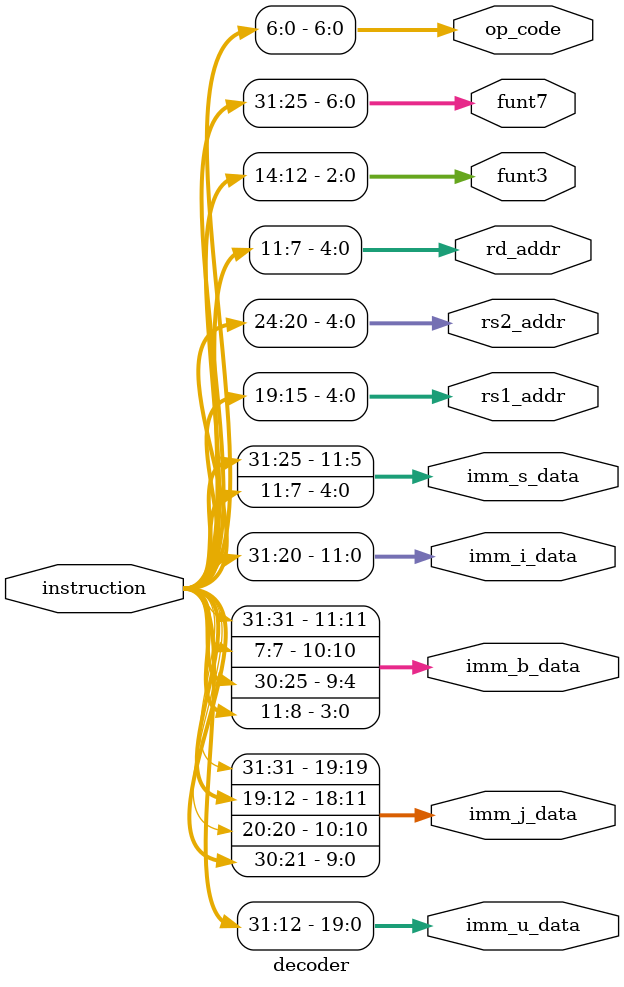
<source format=sv>
 `timescale 1ns/10ps
 module decoder(
				instruction,
				
				imm_u_data,
				imm_j_data,
				imm_b_data,
				imm_i_data,
				imm_s_data,
				rs1_addr,
				rs2_addr,
				rd_addr,
				funt3,
				funt7,
				op_code
 
				);
parameter DATA_SIZE  =32;
	
	
input       [DATA_SIZE-1:0] instruction;

output logic [         19:0] imm_u_data;
output logic [         19:0] imm_j_data;
output logic [         11:0] imm_b_data;
output logic [         11:0] imm_i_data;
output logic [         11:0] imm_s_data;
output logic [          4:0] rs1_addr;
output logic [          4:0] rs2_addr;
output logic [          4:0] rd_addr;
output logic [          2:0] funt3;
output logic [          6:0] funt7;
output logic [          6:0] op_code;

always_comb
begin:decoding_comb
	imm_i_data=instruction[31:20];
	imm_s_data={instruction[31:25],instruction[11:7]};
	imm_b_data={instruction[31],instruction[7],instruction[30:25],instruction[11:8]};
	imm_u_data=instruction[31:12];
	imm_j_data={instruction[31],instruction[19:12],instruction[20],instruction[30:21]};
	rs1_addr  =instruction[19:15];
	rs2_addr  =instruction[24:20];
	rd_addr   =instruction[11:7];
	funt3     =instruction[14:12];
	funt7     =instruction[31:25];
	op_code   =instruction[6:0];

end		
				
endmodule
</source>
